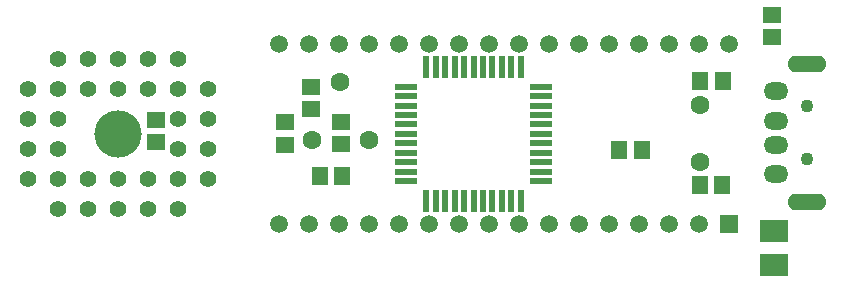
<source format=gbr>
G04 DipTrace 4.1.3.1*
G04 TopMask.gbr*
%MOIN*%
G04 #@! TF.FileFunction,Soldermask,Top*
G04 #@! TF.Part,Single*
%ADD31C,0.059055*%
%ADD33C,0.043307*%
%ADD34C,0.15748*%
%ADD39C,0.062992*%
%ADD43R,0.062992X0.062992*%
%ADD45C,0.055118*%
%ADD47R,0.023622X0.074803*%
%ADD49R,0.074803X0.023622*%
%ADD51C,0.062992*%
%ADD52O,0.129921X0.055118*%
%ADD54O,0.082677X0.059055*%
%ADD56R,0.09252X0.074803*%
%ADD58R,0.062992X0.055118*%
%ADD60R,0.055118X0.062992*%
%FSLAX26Y26*%
G04*
G70*
G90*
G75*
G01*
G04 TopMask*
%LPD*%
D60*
X2763780Y1086614D3*
X2838583D3*
X2761811Y742126D3*
X2836614D3*
D58*
X1466535Y994094D3*
Y1068898D3*
X950787Y883858D3*
Y958661D3*
X1564961Y877953D3*
Y952756D3*
X1377953Y875984D3*
Y950787D3*
D56*
X3007874Y588583D3*
Y474409D3*
D58*
X3001969Y1234252D3*
Y1309055D3*
D60*
X2494094Y858268D3*
X2568898D3*
X1570866Y769685D3*
X1496063D3*
D54*
X3015748Y777559D3*
Y875984D3*
Y954724D3*
Y1053150D3*
D52*
X3118110Y1145669D3*
Y685039D3*
D33*
Y1003937D3*
Y826772D3*
D51*
X1561024Y1084646D3*
D49*
X1783465Y1068898D3*
Y1037402D3*
Y1005906D3*
Y974409D3*
Y942913D3*
Y911417D3*
Y879921D3*
Y848425D3*
Y816929D3*
Y785433D3*
Y753937D3*
D47*
X1850394Y687008D3*
X1881890D3*
X1913386D3*
X1944882D3*
X1976378D3*
X2007874D3*
X2039370D3*
X2070866D3*
X2102362D3*
X2133858D3*
X2165354D3*
D49*
X2232283Y753937D3*
Y785433D3*
Y816929D3*
Y848425D3*
Y879921D3*
Y911417D3*
Y942913D3*
Y974409D3*
Y1005906D3*
Y1037402D3*
Y1068898D3*
D47*
X2165354Y1135827D3*
X2133858D3*
X2102362D3*
X2070866D3*
X2039370D3*
X2007874D3*
X1976378D3*
X1944882D3*
X1913386D3*
X1881890D3*
X1850394D3*
D45*
X1024016Y962598D3*
X1124016Y862598D3*
X1024016D3*
X1124016Y762598D3*
X1024016Y662598D3*
Y762598D3*
X924016Y662598D3*
Y762598D3*
X824016Y662598D3*
Y762598D3*
X724016Y662598D3*
Y762598D3*
X624016Y662598D3*
X524016Y762598D3*
X624016D3*
X524016Y862598D3*
X624016D3*
X524016Y962598D3*
X624016D3*
X524016Y1062598D3*
X624016D3*
X724016Y1162598D3*
Y1062598D3*
X824016Y1162598D3*
Y1062598D3*
X924016Y1162598D3*
Y1062598D3*
X1024016Y1162598D3*
X1124016Y1062598D3*
X1024016D3*
X1124016Y962598D3*
X624016Y1162598D3*
D34*
X824016Y912598D3*
D43*
X2860236Y612598D3*
D31*
X2760236D3*
X2660236D3*
X2560236D3*
X2460236D3*
X2360236D3*
X2260236D3*
X2160236D3*
X2060236D3*
X1960236D3*
X1860236D3*
X1760236D3*
X1660236D3*
X1560236D3*
X1460236D3*
X1360236D3*
Y1212598D3*
X1460236D3*
X1560236D3*
X1660236D3*
X1760236D3*
X1860236D3*
X1960236D3*
X2060236D3*
X2160236D3*
X2260236D3*
X2360236D3*
X2460236D3*
X2560236D3*
X2660236D3*
X2760236D3*
X2860236D3*
D39*
X1470472Y889764D3*
X1660472D3*
X2761811Y1007874D3*
Y817874D3*
M02*

</source>
